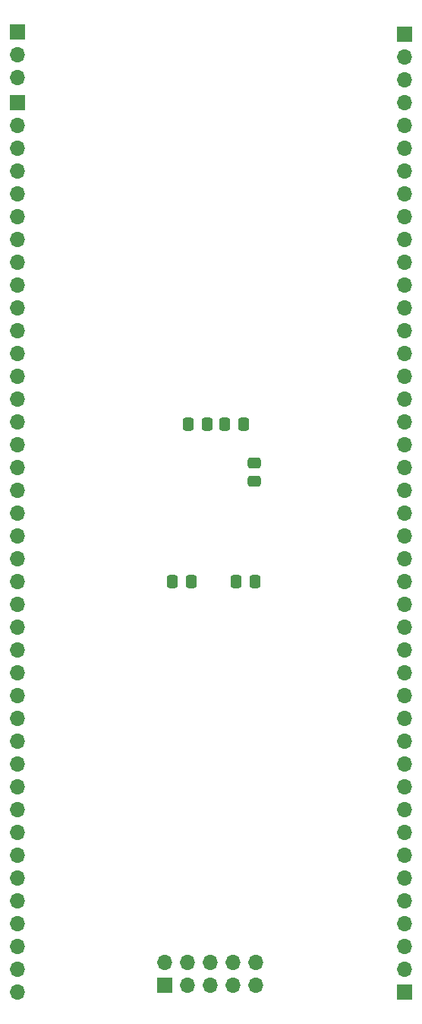
<source format=gbr>
%TF.GenerationSoftware,KiCad,Pcbnew,(6.0.0-0)*%
%TF.CreationDate,2023-01-15T17:49:44+00:00*%
%TF.ProjectId,altera-7128-adaptor,616c7465-7261-42d3-9731-32382d616461,rev?*%
%TF.SameCoordinates,Original*%
%TF.FileFunction,Soldermask,Bot*%
%TF.FilePolarity,Negative*%
%FSLAX46Y46*%
G04 Gerber Fmt 4.6, Leading zero omitted, Abs format (unit mm)*
G04 Created by KiCad (PCBNEW (6.0.0-0)) date 2023-01-15 17:49:44*
%MOMM*%
%LPD*%
G01*
G04 APERTURE LIST*
G04 Aperture macros list*
%AMRoundRect*
0 Rectangle with rounded corners*
0 $1 Rounding radius*
0 $2 $3 $4 $5 $6 $7 $8 $9 X,Y pos of 4 corners*
0 Add a 4 corners polygon primitive as box body*
4,1,4,$2,$3,$4,$5,$6,$7,$8,$9,$2,$3,0*
0 Add four circle primitives for the rounded corners*
1,1,$1+$1,$2,$3*
1,1,$1+$1,$4,$5*
1,1,$1+$1,$6,$7*
1,1,$1+$1,$8,$9*
0 Add four rect primitives between the rounded corners*
20,1,$1+$1,$2,$3,$4,$5,0*
20,1,$1+$1,$4,$5,$6,$7,0*
20,1,$1+$1,$6,$7,$8,$9,0*
20,1,$1+$1,$8,$9,$2,$3,0*%
G04 Aperture macros list end*
%ADD10R,1.700000X1.700000*%
%ADD11O,1.700000X1.700000*%
%ADD12RoundRect,0.250000X-0.337500X-0.475000X0.337500X-0.475000X0.337500X0.475000X-0.337500X0.475000X0*%
%ADD13RoundRect,0.250000X0.337500X0.475000X-0.337500X0.475000X-0.337500X-0.475000X0.337500X-0.475000X0*%
%ADD14RoundRect,0.250000X0.475000X-0.337500X0.475000X0.337500X-0.475000X0.337500X-0.475000X-0.337500X0*%
G04 APERTURE END LIST*
D10*
%TO.C,J2*%
X118014511Y-132566489D03*
D11*
X118014511Y-130026489D03*
X120554511Y-132566489D03*
X120554511Y-130026489D03*
X123094511Y-132566489D03*
X123094511Y-130026489D03*
X125634511Y-132566489D03*
X125634511Y-130026489D03*
X128174511Y-132566489D03*
X128174511Y-130026489D03*
%TD*%
D12*
%TO.C,C1*%
X120628500Y-70104000D03*
X122703500Y-70104000D03*
%TD*%
D10*
%TO.C,J5*%
X101600000Y-26431000D03*
D11*
X101600000Y-28971000D03*
X101600000Y-31511000D03*
%TD*%
D10*
%TO.C,J4*%
X144780000Y-26685000D03*
D11*
X144780000Y-29225000D03*
X144780000Y-31765000D03*
%TD*%
D13*
%TO.C,C4*%
X128037500Y-87630000D03*
X125962500Y-87630000D03*
%TD*%
D12*
%TO.C,C5*%
X118850500Y-87630000D03*
X120925500Y-87630000D03*
%TD*%
D10*
%TO.C,J3*%
X101600000Y-34290000D03*
D11*
X101600000Y-36830000D03*
X101600000Y-39370000D03*
X101600000Y-41910000D03*
X101600000Y-44450000D03*
X101600000Y-46990000D03*
X101600000Y-49530000D03*
X101600000Y-52070000D03*
X101600000Y-54610000D03*
X101600000Y-57150000D03*
X101600000Y-59690000D03*
X101600000Y-62230000D03*
X101600000Y-64770000D03*
X101600000Y-67310000D03*
X101600000Y-69850000D03*
X101600000Y-72390000D03*
X101600000Y-74930000D03*
X101600000Y-77470000D03*
X101600000Y-80010000D03*
X101600000Y-82550000D03*
X101600000Y-85090000D03*
X101600000Y-87630000D03*
X101600000Y-90170000D03*
X101600000Y-92710000D03*
X101600000Y-95250000D03*
X101600000Y-97790000D03*
X101600000Y-100330000D03*
X101600000Y-102870000D03*
X101600000Y-105410000D03*
X101600000Y-107950000D03*
X101600000Y-110490000D03*
X101600000Y-113030000D03*
X101600000Y-115570000D03*
X101600000Y-118110000D03*
X101600000Y-120650000D03*
X101600000Y-123190000D03*
X101600000Y-125730000D03*
X101600000Y-128270000D03*
X101600000Y-130810000D03*
X101600000Y-133350000D03*
%TD*%
D13*
%TO.C,C3*%
X126767500Y-70104000D03*
X124692500Y-70104000D03*
%TD*%
D14*
%TO.C,C2*%
X128016000Y-76475500D03*
X128016000Y-74400500D03*
%TD*%
D10*
%TO.C,J1*%
X144780000Y-133350000D03*
D11*
X144780000Y-130810000D03*
X144780000Y-128270000D03*
X144780000Y-125730000D03*
X144780000Y-123190000D03*
X144780000Y-120650000D03*
X144780000Y-118110000D03*
X144780000Y-115570000D03*
X144780000Y-113030000D03*
X144780000Y-110490000D03*
X144780000Y-107950000D03*
X144780000Y-105410000D03*
X144780000Y-102870000D03*
X144780000Y-100330000D03*
X144780000Y-97790000D03*
X144780000Y-95250000D03*
X144780000Y-92710000D03*
X144780000Y-90170000D03*
X144780000Y-87630000D03*
X144780000Y-85090000D03*
X144780000Y-82550000D03*
X144780000Y-80010000D03*
X144780000Y-77470000D03*
X144780000Y-74930000D03*
X144780000Y-72390000D03*
X144780000Y-69850000D03*
X144780000Y-67310000D03*
X144780000Y-64770000D03*
X144780000Y-62230000D03*
X144780000Y-59690000D03*
X144780000Y-57150000D03*
X144780000Y-54610000D03*
X144780000Y-52070000D03*
X144780000Y-49530000D03*
X144780000Y-46990000D03*
X144780000Y-44450000D03*
X144780000Y-41910000D03*
X144780000Y-39370000D03*
X144780000Y-36830000D03*
X144780000Y-34290000D03*
%TD*%
M02*

</source>
